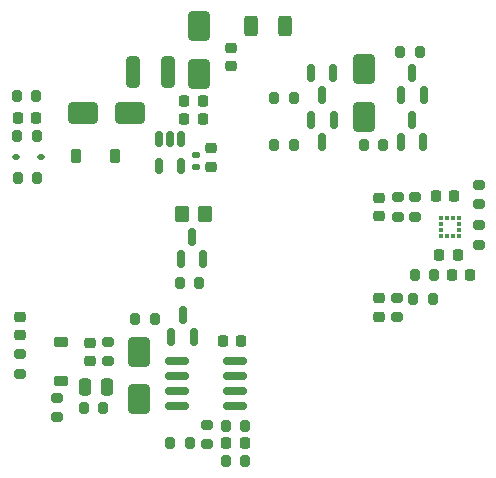
<source format=gbr>
G04 #@! TF.GenerationSoftware,KiCad,Pcbnew,8.0.8*
G04 #@! TF.CreationDate,2025-05-26T08:32:39+07:00*
G04 #@! TF.ProjectId,LP_MSPM0C1104-EB-V1.1,4c505f4d-5350-44d3-9043-313130342d45,rev?*
G04 #@! TF.SameCoordinates,Original*
G04 #@! TF.FileFunction,Paste,Top*
G04 #@! TF.FilePolarity,Positive*
%FSLAX46Y46*%
G04 Gerber Fmt 4.6, Leading zero omitted, Abs format (unit mm)*
G04 Created by KiCad (PCBNEW 8.0.8) date 2025-05-26 08:32:39*
%MOMM*%
%LPD*%
G01*
G04 APERTURE LIST*
G04 Aperture macros list*
%AMRoundRect*
0 Rectangle with rounded corners*
0 $1 Rounding radius*
0 $2 $3 $4 $5 $6 $7 $8 $9 X,Y pos of 4 corners*
0 Add a 4 corners polygon primitive as box body*
4,1,4,$2,$3,$4,$5,$6,$7,$8,$9,$2,$3,0*
0 Add four circle primitives for the rounded corners*
1,1,$1+$1,$2,$3*
1,1,$1+$1,$4,$5*
1,1,$1+$1,$6,$7*
1,1,$1+$1,$8,$9*
0 Add four rect primitives between the rounded corners*
20,1,$1+$1,$2,$3,$4,$5,0*
20,1,$1+$1,$4,$5,$6,$7,0*
20,1,$1+$1,$6,$7,$8,$9,0*
20,1,$1+$1,$8,$9,$2,$3,0*%
G04 Aperture macros list end*
%ADD10RoundRect,0.200000X-0.200000X-0.275000X0.200000X-0.275000X0.200000X0.275000X-0.200000X0.275000X0*%
%ADD11RoundRect,0.200000X0.200000X0.275000X-0.200000X0.275000X-0.200000X-0.275000X0.200000X-0.275000X0*%
%ADD12RoundRect,0.200000X0.275000X-0.200000X0.275000X0.200000X-0.275000X0.200000X-0.275000X-0.200000X0*%
%ADD13RoundRect,0.250000X0.250000X0.475000X-0.250000X0.475000X-0.250000X-0.475000X0.250000X-0.475000X0*%
%ADD14RoundRect,0.250000X-0.650000X1.000000X-0.650000X-1.000000X0.650000X-1.000000X0.650000X1.000000X0*%
%ADD15RoundRect,0.218750X0.256250X-0.218750X0.256250X0.218750X-0.256250X0.218750X-0.256250X-0.218750X0*%
%ADD16RoundRect,0.225000X-0.250000X0.225000X-0.250000X-0.225000X0.250000X-0.225000X0.250000X0.225000X0*%
%ADD17RoundRect,0.150000X0.150000X-0.587500X0.150000X0.587500X-0.150000X0.587500X-0.150000X-0.587500X0*%
%ADD18RoundRect,0.250000X-0.312500X-1.075000X0.312500X-1.075000X0.312500X1.075000X-0.312500X1.075000X0*%
%ADD19RoundRect,0.250000X0.650000X-1.000000X0.650000X1.000000X-0.650000X1.000000X-0.650000X-1.000000X0*%
%ADD20R,0.350000X0.375000*%
%ADD21R,0.375000X0.350000*%
%ADD22RoundRect,0.112500X-0.187500X-0.112500X0.187500X-0.112500X0.187500X0.112500X-0.187500X0.112500X0*%
%ADD23RoundRect,0.225000X-0.225000X-0.375000X0.225000X-0.375000X0.225000X0.375000X-0.225000X0.375000X0*%
%ADD24RoundRect,0.225000X0.225000X0.250000X-0.225000X0.250000X-0.225000X-0.250000X0.225000X-0.250000X0*%
%ADD25RoundRect,0.225000X-0.375000X0.225000X-0.375000X-0.225000X0.375000X-0.225000X0.375000X0.225000X0*%
%ADD26RoundRect,0.140000X0.170000X-0.140000X0.170000X0.140000X-0.170000X0.140000X-0.170000X-0.140000X0*%
%ADD27RoundRect,0.200000X-0.275000X0.200000X-0.275000X-0.200000X0.275000X-0.200000X0.275000X0.200000X0*%
%ADD28RoundRect,0.225000X-0.225000X-0.250000X0.225000X-0.250000X0.225000X0.250000X-0.225000X0.250000X0*%
%ADD29RoundRect,0.150000X-0.150000X0.587500X-0.150000X-0.587500X0.150000X-0.587500X0.150000X0.587500X0*%
%ADD30RoundRect,0.150000X-0.825000X-0.150000X0.825000X-0.150000X0.825000X0.150000X-0.825000X0.150000X0*%
%ADD31RoundRect,0.225000X0.250000X-0.225000X0.250000X0.225000X-0.250000X0.225000X-0.250000X-0.225000X0*%
%ADD32RoundRect,0.150000X-0.150000X0.512500X-0.150000X-0.512500X0.150000X-0.512500X0.150000X0.512500X0*%
%ADD33RoundRect,0.250000X0.350000X0.450000X-0.350000X0.450000X-0.350000X-0.450000X0.350000X-0.450000X0*%
%ADD34RoundRect,0.218750X-0.218750X-0.256250X0.218750X-0.256250X0.218750X0.256250X-0.218750X0.256250X0*%
%ADD35RoundRect,0.250000X0.312500X0.625000X-0.312500X0.625000X-0.312500X-0.625000X0.312500X-0.625000X0*%
%ADD36RoundRect,0.250000X1.000000X0.650000X-1.000000X0.650000X-1.000000X-0.650000X1.000000X-0.650000X0*%
G04 APERTURE END LIST*
D10*
G04 #@! TO.C,R20*
X138512000Y-111808050D03*
X140162000Y-111808050D03*
G04 #@! TD*
D11*
G04 #@! TO.C,R19*
X143912000Y-108708050D03*
X142262000Y-108708050D03*
G04 #@! TD*
D10*
G04 #@! TO.C,R18*
X146162000Y-123808050D03*
X147812000Y-123808050D03*
G04 #@! TD*
D11*
G04 #@! TO.C,R17*
X163712000Y-110058050D03*
X162062000Y-110058050D03*
G04 #@! TD*
D12*
G04 #@! TO.C,R16*
X162237000Y-103133050D03*
X162237000Y-101483050D03*
G04 #@! TD*
D10*
G04 #@! TO.C,R15*
X159512000Y-97058050D03*
X157862000Y-97058050D03*
G04 #@! TD*
G04 #@! TO.C,R13*
X150262000Y-97058050D03*
X151912000Y-97058050D03*
G04 #@! TD*
D11*
G04 #@! TO.C,R21*
X151912000Y-93108050D03*
X150262000Y-93108050D03*
G04 #@! TD*
D10*
G04 #@! TO.C,R26*
X162162000Y-108058050D03*
X163812000Y-108058050D03*
G04 #@! TD*
G04 #@! TO.C,R27*
X141462000Y-122308050D03*
X143112000Y-122308050D03*
G04 #@! TD*
D13*
G04 #@! TO.C,C17*
X136137000Y-117558050D03*
X134237000Y-117558050D03*
G04 #@! TD*
D10*
G04 #@! TO.C,R10*
X146162000Y-120808050D03*
X147812000Y-120808050D03*
G04 #@! TD*
D14*
G04 #@! TO.C,D11*
X138787000Y-114558050D03*
X138787000Y-118558050D03*
G04 #@! TD*
D15*
G04 #@! TO.C,D2*
X128787000Y-113155550D03*
X128787000Y-111580550D03*
G04 #@! TD*
D16*
G04 #@! TO.C,C2*
X159137000Y-110033050D03*
X159137000Y-111583050D03*
G04 #@! TD*
D12*
G04 #@! TO.C,R1*
X167637000Y-105483050D03*
X167637000Y-103833050D03*
G04 #@! TD*
D10*
G04 #@! TO.C,R14*
X160962000Y-89158050D03*
X162612000Y-89158050D03*
G04 #@! TD*
D17*
G04 #@! TO.C,Q8*
X141574500Y-113295550D03*
X143474500Y-113295550D03*
X142524500Y-111420550D03*
G04 #@! TD*
G04 #@! TO.C,Q4*
X161012000Y-96795550D03*
X162912000Y-96795550D03*
X161962000Y-94920550D03*
G04 #@! TD*
D18*
G04 #@! TO.C,R11*
X138324500Y-90908050D03*
X141249500Y-90908050D03*
G04 #@! TD*
D19*
G04 #@! TO.C,D4*
X143937000Y-91008050D03*
X143937000Y-87008050D03*
G04 #@! TD*
D20*
G04 #@! TO.C,U1*
X165937000Y-103245550D03*
X165437000Y-103245550D03*
X164937000Y-103245550D03*
X164437000Y-103245550D03*
D21*
X164424500Y-103758050D03*
X164424500Y-104258050D03*
D20*
X164437000Y-104770550D03*
X164937000Y-104770550D03*
X165437000Y-104770550D03*
X165937000Y-104770550D03*
D21*
X165949500Y-104258050D03*
X165949500Y-103758050D03*
G04 #@! TD*
D22*
G04 #@! TO.C,D1*
X128437000Y-98058050D03*
X130537000Y-98058050D03*
G04 #@! TD*
D23*
G04 #@! TO.C,D3*
X133487000Y-97958050D03*
X136787000Y-97958050D03*
G04 #@! TD*
D24*
G04 #@! TO.C,C20*
X147462000Y-113658050D03*
X145912000Y-113658050D03*
G04 #@! TD*
D25*
G04 #@! TO.C,D10*
X132187000Y-113708050D03*
X132187000Y-117008050D03*
G04 #@! TD*
D26*
G04 #@! TO.C,C14*
X143687000Y-98888050D03*
X143687000Y-97928050D03*
G04 #@! TD*
D27*
G04 #@! TO.C,R24*
X131887000Y-118433050D03*
X131887000Y-120083050D03*
G04 #@! TD*
D28*
G04 #@! TO.C,C3*
X164262000Y-106408050D03*
X165812000Y-106408050D03*
G04 #@! TD*
D12*
G04 #@! TO.C,R25*
X136187000Y-115383050D03*
X136187000Y-113733050D03*
G04 #@! TD*
D17*
G04 #@! TO.C,Q1*
X142374500Y-106745550D03*
X144274500Y-106745550D03*
X143324500Y-104870550D03*
G04 #@! TD*
D10*
G04 #@! TO.C,R9*
X128562000Y-99808050D03*
X130212000Y-99808050D03*
G04 #@! TD*
D29*
G04 #@! TO.C,Q5*
X155287000Y-90970550D03*
X153387000Y-90970550D03*
X154337000Y-92845550D03*
G04 #@! TD*
D17*
G04 #@! TO.C,Q2*
X161024500Y-92845550D03*
X162924500Y-92845550D03*
X161974500Y-90970550D03*
G04 #@! TD*
D28*
G04 #@! TO.C,C9*
X142662000Y-94858050D03*
X144212000Y-94858050D03*
G04 #@! TD*
D30*
G04 #@! TO.C,U6*
X142012000Y-115303050D03*
X142012000Y-116573050D03*
X142012000Y-117843050D03*
X142012000Y-119113050D03*
X146962000Y-119113050D03*
X146962000Y-117843050D03*
X146962000Y-116573050D03*
X146962000Y-115303050D03*
G04 #@! TD*
D27*
G04 #@! TO.C,R28*
X144587000Y-120733050D03*
X144587000Y-122383050D03*
G04 #@! TD*
D14*
G04 #@! TO.C,D5*
X157887000Y-90658050D03*
X157887000Y-94658050D03*
G04 #@! TD*
D11*
G04 #@! TO.C,R3*
X130112000Y-92908050D03*
X128462000Y-92908050D03*
G04 #@! TD*
D31*
G04 #@! TO.C,C18*
X134687000Y-115333050D03*
X134687000Y-113783050D03*
G04 #@! TD*
D12*
G04 #@! TO.C,R4*
X160737000Y-103133050D03*
X160737000Y-101483050D03*
G04 #@! TD*
D11*
G04 #@! TO.C,R22*
X135812000Y-119358050D03*
X134162000Y-119358050D03*
G04 #@! TD*
D27*
G04 #@! TO.C,R2*
X167637000Y-100433050D03*
X167637000Y-102083050D03*
G04 #@! TD*
D16*
G04 #@! TO.C,C5*
X146637000Y-88833050D03*
X146637000Y-90383050D03*
G04 #@! TD*
D11*
G04 #@! TO.C,R5*
X130162000Y-96308050D03*
X128512000Y-96308050D03*
G04 #@! TD*
D16*
G04 #@! TO.C,C7*
X159187000Y-101533050D03*
X159187000Y-103083050D03*
G04 #@! TD*
D32*
G04 #@! TO.C,U4*
X142387000Y-96570550D03*
X141437000Y-96570550D03*
X140487000Y-96570550D03*
X140487000Y-98845550D03*
X142387000Y-98845550D03*
G04 #@! TD*
D29*
G04 #@! TO.C,Q6*
X155299500Y-94920550D03*
X153399500Y-94920550D03*
X154349500Y-96795550D03*
G04 #@! TD*
D24*
G04 #@! TO.C,C4*
X165512000Y-101358050D03*
X163962000Y-101358050D03*
G04 #@! TD*
D33*
G04 #@! TO.C,R7*
X144437000Y-102858050D03*
X142437000Y-102858050D03*
G04 #@! TD*
D34*
G04 #@! TO.C,D13*
X165299500Y-108058050D03*
X166874500Y-108058050D03*
G04 #@! TD*
D24*
G04 #@! TO.C,C8*
X147762000Y-122308050D03*
X146212000Y-122308050D03*
G04 #@! TD*
D28*
G04 #@! TO.C,C6*
X142662000Y-93358050D03*
X144212000Y-93358050D03*
G04 #@! TD*
D12*
G04 #@! TO.C,R8*
X128737000Y-116433050D03*
X128737000Y-114783050D03*
G04 #@! TD*
D35*
G04 #@! TO.C,R12*
X151199500Y-87008050D03*
X148274500Y-87008050D03*
G04 #@! TD*
D36*
G04 #@! TO.C,D6*
X138087000Y-94308050D03*
X134087000Y-94308050D03*
G04 #@! TD*
D31*
G04 #@! TO.C,C15*
X144937000Y-98883050D03*
X144937000Y-97333050D03*
G04 #@! TD*
D12*
G04 #@! TO.C,R6*
X160637000Y-111633050D03*
X160637000Y-109983050D03*
G04 #@! TD*
D28*
G04 #@! TO.C,C1*
X128562000Y-94808050D03*
X130112000Y-94808050D03*
G04 #@! TD*
M02*

</source>
